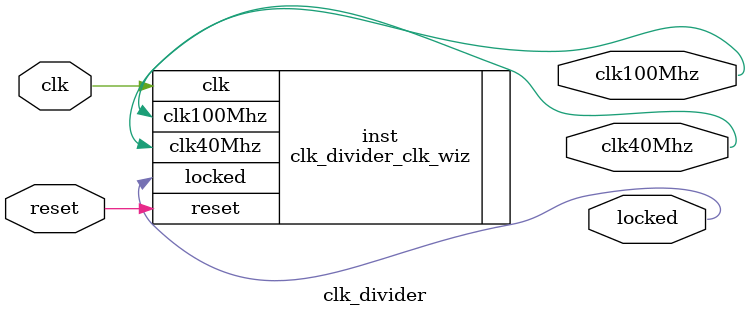
<source format=v>


`timescale 1ps/1ps

(* CORE_GENERATION_INFO = "clk_divider,clk_wiz_v5_4_2_0,{component_name=clk_divider,use_phase_alignment=true,use_min_o_jitter=false,use_max_i_jitter=false,use_dyn_phase_shift=false,use_inclk_switchover=false,use_dyn_reconfig=false,enable_axi=0,feedback_source=FDBK_AUTO,PRIMITIVE=MMCM,num_out_clk=2,clkin1_period=10.000,clkin2_period=10.000,use_power_down=false,use_reset=true,use_locked=true,use_inclk_stopped=false,feedback_type=SINGLE,CLOCK_MGR_TYPE=NA,manual_override=false}" *)

module clk_divider 
 (
  // Clock out ports
  output        clk100Mhz,
  output        clk40Mhz,
  // Status and control signals
  input         reset,
  output        locked,
 // Clock in ports
  input         clk
 );

  clk_divider_clk_wiz inst
  (
  // Clock out ports  
  .clk100Mhz(clk100Mhz),
  .clk40Mhz(clk40Mhz),
  // Status and control signals               
  .reset(reset), 
  .locked(locked),
 // Clock in ports
  .clk(clk)
  );

endmodule

</source>
